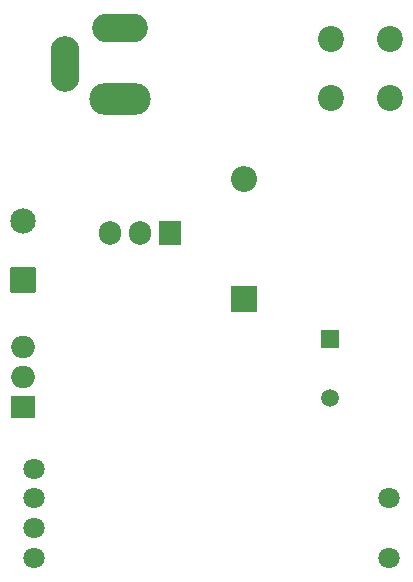
<source format=gbr>
%TF.GenerationSoftware,KiCad,Pcbnew,7.0.7*%
%TF.CreationDate,2023-10-06T20:37:38-05:00*%
%TF.ProjectId,Project_1,50726f6a-6563-4745-9f31-2e6b69636164,rev?*%
%TF.SameCoordinates,Original*%
%TF.FileFunction,Soldermask,Bot*%
%TF.FilePolarity,Negative*%
%FSLAX46Y46*%
G04 Gerber Fmt 4.6, Leading zero omitted, Abs format (unit mm)*
G04 Created by KiCad (PCBNEW 7.0.7) date 2023-10-06 20:37:38*
%MOMM*%
%LPD*%
G01*
G04 APERTURE LIST*
G04 Aperture macros list*
%AMRoundRect*
0 Rectangle with rounded corners*
0 $1 Rounding radius*
0 $2 $3 $4 $5 $6 $7 $8 $9 X,Y pos of 4 corners*
0 Add a 4 corners polygon primitive as box body*
4,1,4,$2,$3,$4,$5,$6,$7,$8,$9,$2,$3,0*
0 Add four circle primitives for the rounded corners*
1,1,$1+$1,$2,$3*
1,1,$1+$1,$4,$5*
1,1,$1+$1,$6,$7*
1,1,$1+$1,$8,$9*
0 Add four rect primitives between the rounded corners*
20,1,$1+$1,$2,$3,$4,$5,0*
20,1,$1+$1,$4,$5,$6,$7,0*
20,1,$1+$1,$6,$7,$8,$9,0*
20,1,$1+$1,$8,$9,$2,$3,0*%
G04 Aperture macros list end*
%ADD10R,2.200000X2.200000*%
%ADD11O,2.200000X2.200000*%
%ADD12O,5.204000X2.704000*%
%ADD13O,4.704000X2.454000*%
%ADD14O,2.454000X4.704000*%
%ADD15C,1.800000*%
%ADD16R,1.905000X2.000000*%
%ADD17O,1.905000X2.000000*%
%ADD18C,2.200000*%
%ADD19RoundRect,0.102000X0.975000X-0.975000X0.975000X0.975000X-0.975000X0.975000X-0.975000X-0.975000X0*%
%ADD20C,2.154000*%
%ADD21C,1.500000*%
%ADD22R,1.500000X1.500000*%
%ADD23R,2.000000X1.905000*%
%ADD24O,2.000000X1.905000*%
G04 APERTURE END LIST*
D10*
%TO.C,D1*%
X91750000Y-93080000D03*
D11*
X91750000Y-82920000D03*
%TD*%
D12*
%TO.C,J1*%
X81280000Y-76200000D03*
D13*
X81280000Y-70200000D03*
D14*
X76580000Y-73200000D03*
%TD*%
D15*
%TO.C,RV2*%
X74000000Y-110000000D03*
X74000000Y-107500000D03*
X104000000Y-110000000D03*
X104000000Y-115000000D03*
X74000000Y-115000000D03*
X74000000Y-112500000D03*
%TD*%
D16*
%TO.C,U1*%
X85500000Y-87500000D03*
D17*
X82960000Y-87500000D03*
X80420000Y-87500000D03*
%TD*%
D18*
%TO.C,SW1*%
X104140000Y-71120000D03*
X99140000Y-71120000D03*
X104140000Y-76120000D03*
X99140000Y-76120000D03*
%TD*%
D19*
%TO.C,TB1*%
X73000000Y-91500000D03*
D20*
X73000000Y-86500000D03*
%TD*%
D21*
%TO.C,C3*%
X99060000Y-101520000D03*
D22*
X99060000Y-96520000D03*
%TD*%
D23*
%TO.C,Q1*%
X73000000Y-102290000D03*
D24*
X73000000Y-99750000D03*
X73000000Y-97210000D03*
%TD*%
M02*

</source>
